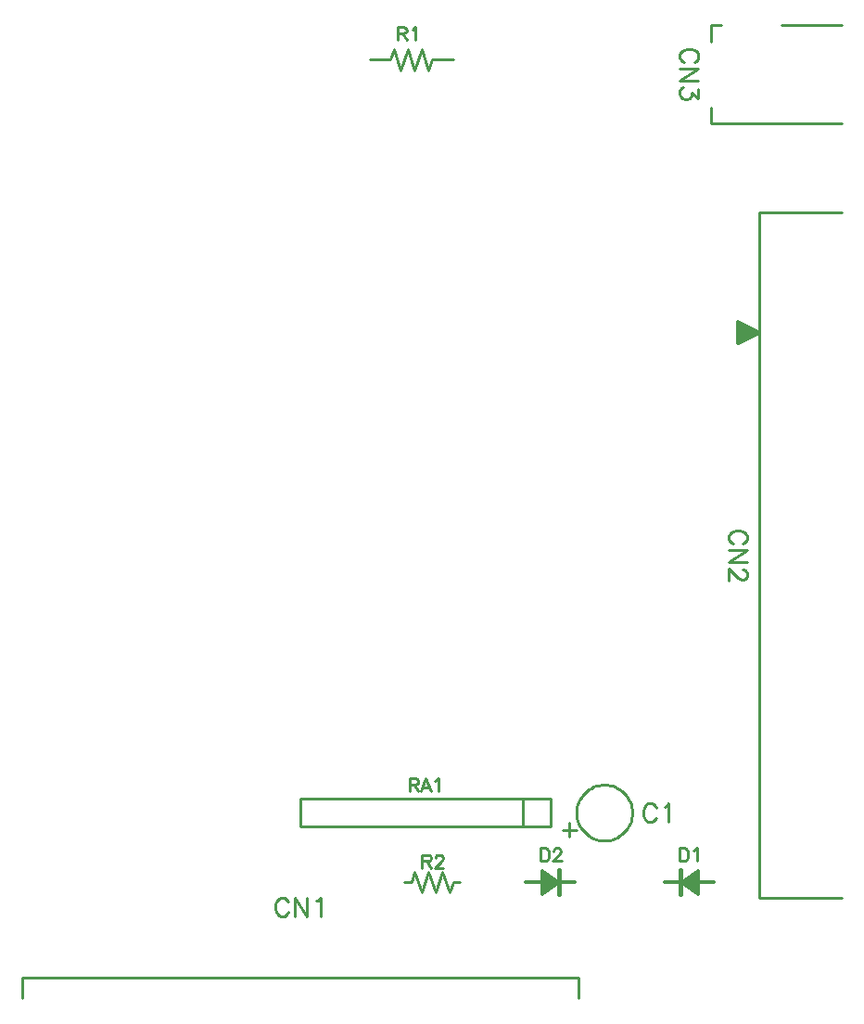
<source format=gto>
G04*
G04  File:            FDC_SUB1.GTO, Sun May 18 08:49:25 2025*
G04  Source:          P-CAD 2002 PCB (6/400), Version 17.00.50, (N:\DATA1\TNB\FDC\PIC_FDC\SUB1\FDC_SUB1.PCB)*
G04  Format:          Gerber Format (RS-274-D), ASCII*
G04*
G04  Format Options:  Absolute Positioning*
G04                   Leading-Zero Suppression*
G04                   Scale Factor 1:1*
G04                   NO Circular Interpolation*
G04                   Millimeter Units*
G04                   Numeric Format: 5.3 (XXXXX.XXX)*
G04                   G54 Used for Aperture Change*
G04                   Apertures Embedded*
G04*
G04  File Options:    Offset = (0.000mm,0.000mm)*
G04                   Drill Symbol Size = 2.032mm*
G04                   No Pad/Via Holes*
G04*
G04  File Contents:   No Pads*
G04                   No Vias*
G04                   Designators*
G04                   Types*
G04                   Values*
G04                   No Drill Symbols*
G04                   Top Silk*
G04*
%INFDC_SUB1.GTO*%
%ICAS*%
%MOMM*%
G04*
G04  Aperture MACROs for general use --- invoked via D-code assignment *
G04*
G04  General MACRO for flashed round with rotation and/or offset hole *
%AMROTOFFROUND*
1,1,$1,0.0000,0.0000*
1,0,$2,$3,$4*%
G04*
G04  General MACRO for flashed oval (obround) with rotation and/or offset hole *
%AMROTOFFOVAL*
21,1,$1,$2,0.0000,0.0000,$3*
1,1,$4,$5,$6*
1,1,$4,0-$5,0-$6*
1,0,$7,$8,$9*%
G04*
G04  General MACRO for flashed oval (obround) with rotation and no hole *
%AMROTOVALNOHOLE*
21,1,$1,$2,0.0000,0.0000,$3*
1,1,$4,$5,$6*
1,1,$4,0-$5,0-$6*%
G04*
G04  General MACRO for flashed rectangle with rotation and/or offset hole *
%AMROTOFFRECT*
21,1,$1,$2,0.0000,0.0000,$3*
1,0,$4,$5,$6*%
G04*
G04  General MACRO for flashed rectangle with rotation and no hole *
%AMROTRECTNOHOLE*
21,1,$1,$2,0.0000,0.0000,$3*%
G04*
G04  General MACRO for flashed rounded-rectangle *
%AMROUNDRECT*
21,1,$1,$2-$4,0.0000,0.0000,$3*
21,1,$1-$4,$2,0.0000,0.0000,$3*
1,1,$4,$5,$6*
1,1,$4,$7,$8*
1,1,$4,0-$5,0-$6*
1,1,$4,0-$7,0-$8*
1,0,$9,$10,$11*%
G04*
G04  General MACRO for flashed rounded-rectangle with rotation and no hole *
%AMROUNDRECTNOHOLE*
21,1,$1,$2-$4,0.0000,0.0000,$3*
21,1,$1-$4,$2,0.0000,0.0000,$3*
1,1,$4,$5,$6*
1,1,$4,$7,$8*
1,1,$4,0-$5,0-$6*
1,1,$4,0-$7,0-$8*%
G04*
G04  General MACRO for flashed regular polygon *
%AMREGPOLY*
5,1,$1,0.0000,0.0000,$2,$3+$4*
1,0,$5,$6,$7*%
G04*
G04  General MACRO for flashed regular polygon with no hole *
%AMREGPOLYNOHOLE*
5,1,$1,0.0000,0.0000,$2,$3+$4*%
G04*
G04  General MACRO for target *
%AMTARGET*
6,0,0,$1,$2,$3,4,$4,$5,$6*%
G04*
G04  General MACRO for mounting hole *
%AMMTHOLE*
1,1,$1,0,0*
1,0,$2,0,0*
$1=$1-$2*
$1=$1/2*
21,1,$2+$1,$3,0,0,$4*
21,1,$3,$2+$1,0,0,$4*%
G04*
G04*
G04  D10 : "Ellipse X0.254mm Y0.254mm H0.000mm 0.0deg (0.000mm,0.000mm) Draw"*
G04  Disc: OuterDia=0.2540*
%ADD10C, 0.2540*%
G04  D11 : "Ellipse X0.320mm Y0.320mm H0.000mm 0.0deg (0.000mm,0.000mm) Draw"*
G04  Disc: OuterDia=0.3200*
%ADD11C, 0.3200*%
G04  D12 : "Ellipse X0.400mm Y0.400mm H0.000mm 0.0deg (0.000mm,0.000mm) Draw"*
G04  Disc: OuterDia=0.4000*
%ADD12C, 0.4000*%
G04  D13 : "Ellipse X0.500mm Y0.500mm H0.000mm 0.0deg (0.000mm,0.000mm) Draw"*
G04  Disc: OuterDia=0.5000*
%ADD13C, 0.5000*%
G04  D14 : "Ellipse X0.100mm Y0.100mm H0.000mm 0.0deg (0.000mm,0.000mm) Draw"*
G04  Disc: OuterDia=0.1000*
%ADD14C, 0.1000*%
G04  D15 : "Ellipse X0.800mm Y0.800mm H0.000mm 0.0deg (0.000mm,0.000mm) Draw"*
G04  Disc: OuterDia=0.8000*
%ADD15C, 0.8000*%
G04  D16 : "Ellipse X1.000mm Y1.000mm H0.000mm 0.0deg (0.000mm,0.000mm) Draw"*
G04  Disc: OuterDia=1.0000*
%ADD16C, 1.0000*%
G04  D17 : "Ellipse X1.200mm Y1.200mm H0.000mm 0.0deg (0.000mm,0.000mm) Draw"*
G04  Disc: OuterDia=1.2000*
%ADD17C, 1.2000*%
G04  D18 : "Ellipse X0.200mm Y0.200mm H0.000mm 0.0deg (0.000mm,0.000mm) Draw"*
G04  Disc: OuterDia=0.2000*
%ADD18C, 0.2000*%
G04  D19 : "Ellipse X0.250mm Y0.250mm H0.000mm 0.0deg (0.000mm,0.000mm) Draw"*
G04  Disc: OuterDia=0.2500*
%ADD19C, 0.2500*%
G04  D20 : "Ellipse X3.581mm Y3.581mm H0.000mm 0.0deg (0.000mm,0.000mm) Flash"*
G04  Disc: OuterDia=3.5810*
%ADD20C, 3.5810*%
G04  D21 : "Ellipse X3.981mm Y3.981mm H0.000mm 0.0deg (0.000mm,0.000mm) Flash"*
G04  Disc: OuterDia=3.9810*
%ADD21C, 3.9810*%
G04  D22 : "Ellipse X1.540mm Y1.540mm H0.000mm 0.0deg (0.000mm,0.000mm) Flash"*
G04  Disc: OuterDia=1.5400*
%ADD22C, 1.5400*%
G04  D23 : "Ellipse X1.590mm Y1.590mm H0.000mm 0.0deg (0.000mm,0.000mm) Flash"*
G04  Disc: OuterDia=1.5900*
%ADD23C, 1.5900*%
G04  D24 : "Ellipse X1.900mm Y1.900mm H0.000mm 0.0deg (0.000mm,0.000mm) Flash"*
G04  Disc: OuterDia=1.9000*
%ADD24C, 1.9000*%
G04  D25 : "Ellipse X1.921mm Y1.921mm H0.000mm 0.0deg (0.000mm,0.000mm) Flash"*
G04  Disc: OuterDia=1.9210*
%ADD25C, 1.9210*%
G04  D26 : "Ellipse X1.971mm Y1.971mm H0.000mm 0.0deg (0.000mm,0.000mm) Flash"*
G04  Disc: OuterDia=1.9710*
%ADD26C, 1.9710*%
G04  D27 : "Ellipse X2.281mm Y2.281mm H0.000mm 0.0deg (0.000mm,0.000mm) Flash"*
G04  Disc: OuterDia=2.2810*
%ADD27C, 2.2810*%
G04  D28 : "Mounting Hole X3.200mm Y3.200mm H0.000mm 0.0deg (0.000mm,0.000mm) Flash"*
G04  Mounting Hole: Diameter=3.2000, Rotation=0.0, LineWidth=0.1270 *
%ADD28MTHOLE, 3.2000 X2.6920 X0.1270 X0.0*%
G04  D29 : "Mounting Hole X3.600mm Y3.600mm H0.000mm 0.0deg (0.000mm,0.000mm) Flash"*
G04  Mounting Hole: Diameter=3.6000, Rotation=0.0, LineWidth=0.1270 *
%ADD29MTHOLE, 3.6000 X3.0920 X0.1270 X0.0*%
G04  D30 : "Rounded Rectangle X1.540mm Y1.540mm H0.000mm 0.0deg (0.000mm,0.000mm) Flash"*
G04  RoundRct: DimX=1.5400, DimY=1.5400, CornerRad=0.3850, Rotation=0.0, OffsetX=0.0000, OffsetY=0.0000, HoleDia=0.0000 *
%ADD30ROUNDRECTNOHOLE, 1.5400 X1.5400 X0.0 X0.7700 X-0.3850 X-0.3850 X-0.3850 X0.3850*%
G04  D31 : "Rounded Rectangle X1.590mm Y1.590mm H0.000mm 0.0deg (0.000mm,0.000mm) Flash"*
G04  RoundRct: DimX=1.5900, DimY=1.5900, CornerRad=0.3975, Rotation=0.0, OffsetX=0.0000, OffsetY=0.0000, HoleDia=0.0000 *
%ADD31ROUNDRECTNOHOLE, 1.5900 X1.5900 X0.0 X0.7950 X-0.3975 X-0.3975 X-0.3975 X0.3975*%
G04  D32 : "Rounded Rectangle X1.921mm Y1.921mm H0.000mm 0.0deg (0.000mm,0.000mm) Flash"*
G04  RoundRct: DimX=1.9210, DimY=1.9210, CornerRad=0.4803, Rotation=0.0, OffsetX=0.0000, OffsetY=0.0000, HoleDia=0.0000 *
%ADD32ROUNDRECTNOHOLE, 1.9210 X1.9210 X0.0 X0.9605 X-0.4803 X-0.4803 X-0.4803 X0.4803*%
G04  D33 : "Rounded Rectangle X1.971mm Y1.971mm H0.000mm 0.0deg (0.000mm,0.000mm) Flash"*
G04  RoundRct: DimX=1.9710, DimY=1.9710, CornerRad=0.4928, Rotation=0.0, OffsetX=0.0000, OffsetY=0.0000, HoleDia=0.0000 *
%ADD33ROUNDRECTNOHOLE, 1.9710 X1.9710 X0.0 X0.9855 X-0.4928 X-0.4928 X-0.4928 X0.4928*%
G04  D34 : "Rectangle X1.900mm Y1.900mm H0.000mm 0.0deg (0.000mm,0.000mm) Flash"*
G04  Square: Side=1.9000, Rotation=0.0, OffsetX=0.0000, OffsetY=0.0000, HoleDia=0.0000*
%ADD34R, 1.9000 X1.9000*%
G04  D35 : "Rectangle X2.281mm Y2.281mm H0.000mm 0.0deg (0.000mm,0.000mm) Flash"*
G04  Square: Side=2.2810, Rotation=0.0, OffsetX=0.0000, OffsetY=0.0000, HoleDia=0.0000*
%ADD35R, 2.2810 X2.2810*%
G04  D36 : "Ellipse X0.900mm Y0.900mm H0.000mm 0.0deg (0.000mm,0.000mm) Flash"*
G04  Disc: OuterDia=0.9000*
%ADD36C, 0.9000*%
G04  D37 : "Ellipse X1.281mm Y1.281mm H0.000mm 0.0deg (0.000mm,0.000mm) Flash"*
G04  Disc: OuterDia=1.2810*
%ADD37C, 1.2810*%
G04*
%FSLAX53Y53*%
%SFA1B1*%
%OFA0.000B0.000*%
G04*
G71*
G90*
G01*
D2*
%LNTop Silk*%
G54D10*
X140970Y88265*
X140652Y87312D1*
X140970Y88265D2*
X141605D1*
X139382Y87312D2*
X138747Y89217D1*
X138112Y87312*
X140017Y89217D2*
X139382Y87312D1*
X140652D2*
X140017Y89217D1*
X137477D2*
X137160Y88265D1*
X136525*
X138112Y87312D2*
X137477Y89217D1*
X138153Y90195D2*
X138666D1*
X138837Y90251*
X138894Y90308*
X138951Y90422*
Y90536*
X138894Y90650*
X138837Y90707*
X138666Y90764*
X138153*
Y89568*
X138552Y90195D2*
X138951Y89568D1*
X139349Y90479D2*
Y90536D1*
X139406Y90650*
X139463Y90707*
X139577Y90764*
X139805*
X139919Y90707*
X139976Y90650*
X140033Y90536*
Y90422*
X139976Y90308*
X139862Y90138*
X139292Y89568*
X140090*
D2*
G54D19*
X149860Y93345*
Y95885D1*
X147320D2*
Y93345D1*
X127000Y95885D2*
Y93345D1*
X149860*
Y95885D2*
X127000D1*
D2*
G54D10*
X137016Y97172*
X137525D1*
X137695Y97228*
X137751Y97285*
X137808Y97398*
Y97511*
X137751Y97624*
X137695Y97680*
X137525Y97737*
X137016*
Y96550*
X137412Y97172D2*
X137808Y96550D1*
X138938D2*
X138486Y97737D1*
X138034Y96550*
X138203Y96946D2*
X138769D1*
X139334Y97511D2*
X139447Y97567D1*
X139616Y97737*
Y96550*
X139065Y163353D2*
X138747Y162401D1*
X138112Y164306*
X137477Y162401*
X139065Y163353D2*
X140970D1*
X135572Y164306D2*
X135255Y163353D1*
X136207Y162401D2*
X135572Y164306D1*
X136842D2*
X136207Y162401D1*
X135255Y163353D2*
X133350D1*
X137477Y162401D2*
X136842Y164306D1*
X135931Y165760D2*
X136443D1*
X136614Y165816*
X136671Y165873*
X136728Y165987*
Y166101*
X136671Y166215*
X136614Y166272*
X136443Y166329*
X135931*
Y165133*
X136329Y165760D2*
X136728Y165133D1*
X137241Y166101D2*
X137355Y166158D1*
X137525Y166329*
Y165133*
D2*
G54D12*
X150653Y89376*
Y87153D1*
D2*
G54D19*
X149066Y89376*
Y87153D1*
X150653Y88265D2*
X149066Y89376D1*
Y87153D2*
X150653Y88265D1*
D2*
G54D10*
X149320Y87765*
X149497D1*
X149320Y87889D2*
X149674D1*
X149320Y88013D2*
X149852D1*
X149320Y88137D2*
X150029D1*
X149320Y88262D2*
X150206D1*
X149320Y88386D2*
X150037D1*
X149320Y88510D2*
X149860D1*
X149320Y88634D2*
X149683D1*
X149320Y88758D2*
X149505D1*
X149320Y88882D2*
X149328D1*
X149193Y89132D2*
Y87397D1*
X150432Y88265*
X149193Y89132*
D2*
G54D11*
X147637Y88265*
X152082D1*
D2*
G54D10*
X148948Y91399*
Y90203D1*
X149347*
X149518Y90260*
X149632Y90374*
X149689Y90488*
X149746Y90659*
Y90943*
X149689Y91114*
X149632Y91228*
X149518Y91342*
X149347Y91399*
X148948*
X150144Y91114D2*
Y91171D1*
X150201Y91285*
X150258Y91342*
X150372Y91399*
X150600*
X150714Y91342*
X150771Y91285*
X150828Y91171*
Y91057*
X150771Y90943*
X150657Y90773*
X150087Y90203*
X150885*
D2*
G54D12*
X161766Y87153*
Y89376D1*
D2*
G54D19*
X163353Y87153*
Y89376D1*
X161766Y88265D2*
X163353Y87153D1*
Y89376D2*
X161766Y88265D1*
D2*
G54D10*
X162922Y87765*
X163099D1*
X162745Y87889D2*
X163099D1*
X162567Y88013D2*
X163099D1*
X162390Y88137D2*
X163099D1*
X162213Y88262D2*
X163099D1*
X162382Y88386D2*
X163099D1*
X162559Y88510D2*
X163099D1*
X162736Y88634D2*
X163099D1*
X162914Y88758D2*
X163099D1*
X163091Y88882D2*
X163099D1*
X163226Y89132D2*
X161987Y88265D1*
X163226Y87397*
Y89132*
D2*
G54D11*
X164782Y88265*
X160337D1*
D2*
G54D10*
X161648Y91399*
Y90203D1*
X162047*
X162218Y90260*
X162332Y90374*
X162389Y90488*
X162446Y90659*
Y90943*
X162389Y91114*
X162332Y91228*
X162218Y91342*
X162047Y91399*
X161648*
X162958Y91171D2*
X163072Y91228D1*
X163243Y91399*
Y90203*
X164500Y165000D2*
Y166500D1*
Y157500D2*
Y159000D1*
Y166500D2*
X165500D1*
X176500D2*
X171000D1*
X176500Y157500D2*
X164500D1*
X162986Y163123D2*
X163147Y163204D1*
X163308Y163365*
X163389Y163526*
Y163849*
X163308Y164010*
X163147Y164172*
X162986Y164252*
X162744Y164333*
X162341*
X162099Y164252*
X161937Y164172*
X161776Y164010*
X161695Y163849*
Y163526*
X161776Y163365*
X161937Y163204*
X162099Y163123*
X163389Y161429D2*
X161695D1*
X163389Y162558*
X161695*
X163389Y160703D2*
Y159816D1*
X162744Y160300*
Y160058*
X162663Y159897*
X162583Y159816*
X162341Y159736*
X162179*
X161937Y159816*
X161776Y159977*
X161695Y160219*
Y160461*
X161776Y160703*
X161857Y160784*
X162018Y160865*
D2*
G54D11*
X167005Y137477*
Y139382D1*
D2*
G54D10*
X167259Y138006*
X167495D1*
X167259Y138125D2*
X167732D1*
X167259Y138243D2*
X167969D1*
X167259Y138362D2*
X168206D1*
X167259Y138480D2*
X168240D1*
X167259Y138599D2*
X168003D1*
X167259Y138717D2*
X167767D1*
X167259Y138835D2*
X167530D1*
X167259Y138954D2*
X167293D1*
X167132Y139177D2*
Y137682D1*
X168626Y138430*
X167132Y139177*
D2*
G54D11*
X168910Y138430*
X167005Y137477D1*
Y139382D2*
X168910Y138430D1*
D2*
G54D10*
Y149383*
X176500D1*
X168910Y86836D2*
Y149383D1*
X176500Y86836D2*
X168910D1*
X167431Y119158D2*
X167592Y119239D1*
X167753Y119400*
X167834Y119561*
Y119884*
X167753Y120045*
X167592Y120207*
X167431Y120287*
X167189Y120368*
X166786*
X166544Y120287*
X166382Y120207*
X166221Y120045*
X166140Y119884*
Y119561*
X166221Y119400*
X166382Y119239*
X166544Y119158*
X167834Y117464D2*
X166140D1*
X167834Y118593*
X166140*
X167431Y116819D2*
X167511D1*
X167673Y116738*
X167753Y116658*
X167834Y116496*
Y116174*
X167753Y116012*
X167673Y115932*
X167511Y115851*
X167350*
X167189Y115932*
X166947Y116093*
X166140Y116900*
Y115771*
X154781Y97155D2*
X155030Y97142D1*
X155276Y97106*
X155518Y97045*
X155753Y96961*
X155978Y96855*
X156192Y96726*
X156392Y96578*
X156577Y96411*
X156744Y96226*
X156893Y96026*
X157021Y95812*
X157127Y95587*
X157211Y95352*
X157272Y95110*
X157309Y94863*
X157321Y94615*
X157309Y94366*
X157272Y94119*
X157211Y93877*
X157127Y93642*
X157021Y93417*
X156893Y93203*
X156744Y93003*
X156577Y92818*
X156392Y92651*
X156192Y92503*
X155978Y92374*
X155753Y92268*
X155518Y92184*
X155276Y92123*
X155030Y92087*
X154781Y92075*
X154532Y92087*
X154285Y92123*
X154043Y92184*
X153809Y92268*
X153583Y92374*
X153370Y92503*
X153169Y92651*
X152985Y92818*
X152817Y93003*
X152669Y93203*
X152541Y93417*
X152434Y93642*
X152350Y93877*
X152290Y94119*
X152253Y94366*
X152241Y94615*
X152253Y94863*
X152290Y95110*
X152350Y95352*
X152434Y95587*
X152541Y95812*
X152669Y96026*
X152817Y96226*
X152985Y96411*
X153169Y96578*
X153370Y96726*
X153583Y96855*
X153809Y96961*
X154043Y97045*
X154285Y97106*
X154532Y97142*
X154781Y97155*
X151606Y93662D2*
Y92392D1*
X150971Y93027D2*
X152241D1*
X159539Y95057D2*
X159458Y95220D1*
X159295Y95382*
X159132Y95464*
X158807*
X158644Y95382*
X158482Y95220*
X158400Y95057*
X158319Y94813*
Y94406*
X158400Y94162*
X158482Y93999*
X158644Y93837*
X158807Y93755*
X159132*
X159295Y93837*
X159458Y93999*
X159539Y94162*
X160272Y95138D2*
X160434Y95220D1*
X160678Y95464*
Y93755*
X101600Y79562D2*
X152400D1*
X101600Y77682D2*
Y79562D1*
X152400D2*
Y77682D1*
X125951Y86468D2*
X125870Y86630D1*
X125709Y86791*
X125548Y86872*
X125225*
X125064Y86791*
X124902Y86630*
X124822Y86468*
X124741Y86226*
Y85823*
X124822Y85581*
X124902Y85420*
X125064Y85258*
X125225Y85178*
X125548*
X125709Y85258*
X125870Y85420*
X125951Y85581*
X127645Y86872D2*
Y85178D1*
X126516Y86872*
Y85178*
X128451Y86549D2*
X128613Y86630D1*
X128855Y86872*
Y85178*
D02M02*

</source>
